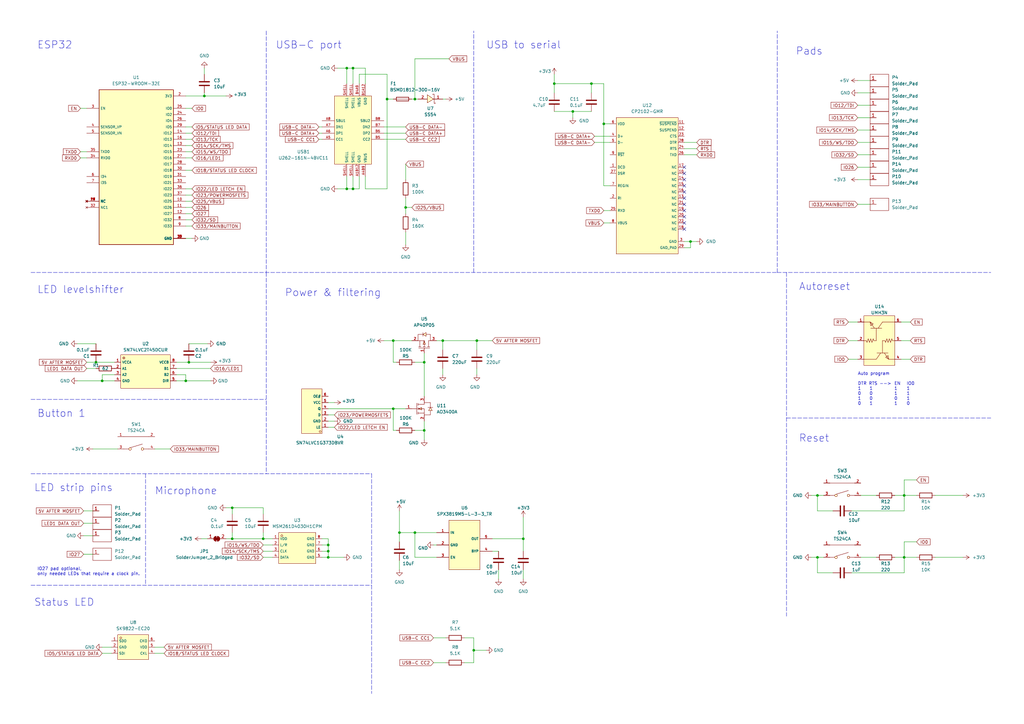
<source format=kicad_sch>
(kicad_sch (version 20211123) (generator eeschema)
  (paper "A3")
  (junction (at 161.29 167.64))
  (junction (at 77.47 148.59))
  (junction (at 181.61 139.7))
  (junction (at 142.24 77.47))
  (junction (at 227.33 34.29))
  (junction (at 161.29 139.7))
  (junction (at 158.75 40.64))
  (junction (at 170.18 218.44))
  (junction (at 95.25 220.98))
  (junction (at 370.84 203.2))
  (junction (at 335.28 228.6))
  (junction (at 370.84 228.6))
  (junction (at 214.63 220.98))
  (junction (at 144.78 77.47))
  (junction (at 163.83 218.44))
  (junction (at 170.18 40.64))
  (junction (at 134.62 228.6))
  (junction (at 195.58 139.7))
  (junction (at 283.21 99.06))
  (junction (at 194.31 266.7))
  (junction (at 41.91 156.21))
  (junction (at 247.65 50.8))
  (junction (at 166.37 85.09))
  (junction (at 142.24 27.94))
  (junction (at 234.95 45.72))
  (junction (at 173.99 148.59))
  (junction (at 95.25 208.28))
  (junction (at 173.99 176.53))
  (junction (at 134.62 226.06))
  (junction (at 76.2 156.21))
  (junction (at 242.57 34.29))
  (junction (at 83.82 39.37))
  (junction (at 144.78 27.94))
  (junction (at 107.95 220.98))
  (junction (at 134.62 223.52))
  (junction (at 39.37 148.59))
  (junction (at 335.28 203.2))
  (no_connect (at 280.67 93.98))
  (no_connect (at 280.67 81.28))
  (no_connect (at 280.67 91.44))
  (no_connect (at 280.67 71.12))
  (no_connect (at 280.67 68.58))
  (no_connect (at 280.67 73.66))
  (no_connect (at 280.67 83.82))
  (no_connect (at 280.67 88.9))
  (no_connect (at 280.67 78.74))
  (no_connect (at 280.67 86.36))
  (no_connect (at 280.67 76.2))
  (wire (pts (xy 190.5 261.62) (xy 194.31 261.62)))
  (wire (pts (xy 41.91 156.21) (xy 46.99 156.21)))
  (wire (pts (xy 166.37 67.31) (xy 166.37 73.66)))
  (wire (pts (xy 63.5 184.15) (xy 69.85 184.15)))
  (wire (pts (xy 132.08 220.98) (xy 134.62 220.98)))
  (wire (pts (xy 149.86 27.94) (xy 144.78 27.94)))
  (wire (pts (xy 31.75 156.21) (xy 41.91 156.21)))
  (wire (pts (xy 369.57 139.7) (xy 373.38 139.7)))
  (wire (pts (xy 369.57 147.32) (xy 373.38 147.32)))
  (wire (pts (xy 204.47 233.68) (xy 204.47 237.49)))
  (wire (pts (xy 76.2 87.63) (xy 78.74 87.63)))
  (wire (pts (xy 383.54 228.6) (xy 394.97 228.6)))
  (wire (pts (xy 63.5 267.97) (xy 67.31 267.97)))
  (wire (pts (xy 107.95 223.52) (xy 111.76 223.52)))
  (wire (pts (xy 72.39 151.13) (xy 86.36 151.13)))
  (wire (pts (xy 77.47 140.97) (xy 85.09 140.97)))
  (wire (pts (xy 351.79 33.02) (xy 356.87 33.02)))
  (polyline (pts (xy 194.31 111.76) (xy 194.31 12.7)))
  (wire (pts (xy 161.29 139.7) (xy 168.91 139.7)))
  (wire (pts (xy 38.1 184.15) (xy 48.26 184.15)))
  (wire (pts (xy 35.56 148.59) (xy 39.37 148.59)))
  (wire (pts (xy 78.74 64.77) (xy 76.2 64.77)))
  (wire (pts (xy 166.37 85.09) (xy 166.37 87.63)))
  (wire (pts (xy 370.84 209.55) (xy 349.25 209.55)))
  (wire (pts (xy 95.25 210.82) (xy 95.25 208.28)))
  (polyline (pts (xy 12.7 163.83) (xy 109.22 163.83)))
  (wire (pts (xy 359.41 228.6) (xy 353.06 228.6)))
  (wire (pts (xy 177.8 261.62) (xy 182.88 261.62)))
  (wire (pts (xy 78.74 54.61) (xy 76.2 54.61)))
  (wire (pts (xy 34.29 209.55) (xy 38.1 209.55)))
  (wire (pts (xy 195.58 139.7) (xy 201.93 139.7)))
  (wire (pts (xy 227.33 34.29) (xy 227.33 38.1)))
  (wire (pts (xy 161.29 148.59) (xy 161.29 139.7)))
  (wire (pts (xy 83.82 38.1) (xy 83.82 39.37)))
  (wire (pts (xy 134.62 228.6) (xy 140.97 228.6)))
  (wire (pts (xy 83.82 27.94) (xy 83.82 30.48)))
  (wire (pts (xy 351.79 83.82) (xy 356.87 83.82)))
  (wire (pts (xy 72.39 148.59) (xy 77.47 148.59)))
  (wire (pts (xy 78.74 57.15) (xy 76.2 57.15)))
  (wire (pts (xy 76.2 69.85) (xy 78.74 69.85)))
  (wire (pts (xy 163.83 209.55) (xy 163.83 218.44)))
  (wire (pts (xy 78.74 90.17) (xy 76.2 90.17)))
  (wire (pts (xy 341.63 234.95) (xy 335.28 234.95)))
  (wire (pts (xy 35.56 151.13) (xy 39.37 151.13)))
  (wire (pts (xy 157.48 54.61) (xy 166.37 54.61)))
  (wire (pts (xy 170.18 218.44) (xy 179.07 218.44)))
  (wire (pts (xy 335.28 209.55) (xy 335.28 203.2)))
  (wire (pts (xy 161.29 176.53) (xy 161.29 167.64)))
  (wire (pts (xy 250.19 76.2) (xy 247.65 76.2)))
  (wire (pts (xy 72.39 156.21) (xy 76.2 156.21)))
  (wire (pts (xy 227.33 30.48) (xy 227.33 34.29)))
  (wire (pts (xy 179.07 228.6) (xy 170.18 228.6)))
  (wire (pts (xy 41.91 267.97) (xy 45.72 267.97)))
  (wire (pts (xy 370.84 228.6) (xy 370.84 234.95)))
  (wire (pts (xy 351.79 73.66) (xy 356.87 73.66)))
  (wire (pts (xy 130.81 54.61) (xy 132.08 54.61)))
  (wire (pts (xy 142.24 77.47) (xy 138.43 77.47)))
  (wire (pts (xy 163.83 218.44) (xy 170.18 218.44)))
  (wire (pts (xy 283.21 99.06) (xy 285.75 99.06)))
  (wire (pts (xy 170.18 228.6) (xy 170.18 218.44)))
  (wire (pts (xy 195.58 151.13) (xy 195.58 153.67)))
  (wire (pts (xy 280.67 101.6) (xy 283.21 101.6)))
  (wire (pts (xy 134.62 167.64) (xy 161.29 167.64)))
  (wire (pts (xy 283.21 101.6) (xy 283.21 99.06)))
  (wire (pts (xy 351.79 53.34) (xy 356.87 53.34)))
  (wire (pts (xy 332.74 203.2) (xy 335.28 203.2)))
  (wire (pts (xy 149.86 34.29) (xy 149.86 27.94)))
  (wire (pts (xy 144.78 34.29) (xy 144.78 27.94)))
  (wire (pts (xy 162.56 148.59) (xy 161.29 148.59)))
  (wire (pts (xy 134.62 220.98) (xy 134.62 223.52)))
  (wire (pts (xy 247.65 50.8) (xy 250.19 50.8)))
  (wire (pts (xy 359.41 203.2) (xy 353.06 203.2)))
  (polyline (pts (xy 12.7 111.76) (xy 318.77 111.76)))
  (wire (pts (xy 201.93 226.06) (xy 204.47 226.06)))
  (wire (pts (xy 76.2 39.37) (xy 83.82 39.37)))
  (wire (pts (xy 39.37 148.59) (xy 46.99 148.59)))
  (wire (pts (xy 247.65 86.36) (xy 250.19 86.36)))
  (wire (pts (xy 234.95 45.72) (xy 242.57 45.72)))
  (wire (pts (xy 181.61 151.13) (xy 181.61 153.67)))
  (polyline (pts (xy 109.22 12.7) (xy 109.22 111.76)))
  (wire (pts (xy 179.07 139.7) (xy 181.61 139.7)))
  (wire (pts (xy 369.57 132.08) (xy 373.38 132.08)))
  (wire (pts (xy 41.91 153.67) (xy 41.91 156.21)))
  (wire (pts (xy 157.48 139.7) (xy 161.29 139.7)))
  (wire (pts (xy 370.84 228.6) (xy 370.84 222.25)))
  (wire (pts (xy 76.2 92.71) (xy 78.74 92.71)))
  (wire (pts (xy 134.62 226.06) (xy 134.62 228.6)))
  (wire (pts (xy 227.33 34.29) (xy 242.57 34.29)))
  (wire (pts (xy 335.28 228.6) (xy 337.82 228.6)))
  (wire (pts (xy 335.28 234.95) (xy 335.28 228.6)))
  (wire (pts (xy 347.98 139.7) (xy 351.79 139.7)))
  (wire (pts (xy 77.47 148.59) (xy 86.36 148.59)))
  (wire (pts (xy 181.61 40.64) (xy 182.88 40.64)))
  (wire (pts (xy 82.55 220.98) (xy 85.09 220.98)))
  (wire (pts (xy 76.2 77.47) (xy 78.74 77.47)))
  (wire (pts (xy 132.08 57.15) (xy 130.81 57.15)))
  (wire (pts (xy 142.24 72.39) (xy 142.24 77.47)))
  (wire (pts (xy 242.57 34.29) (xy 247.65 34.29)))
  (wire (pts (xy 76.2 85.09) (xy 78.74 85.09)))
  (wire (pts (xy 34.29 219.71) (xy 38.1 219.71)))
  (wire (pts (xy 170.18 24.13) (xy 170.18 40.64)))
  (wire (pts (xy 214.63 233.68) (xy 214.63 237.49)))
  (wire (pts (xy 370.84 234.95) (xy 349.25 234.95)))
  (wire (pts (xy 137.16 170.18) (xy 134.62 170.18)))
  (wire (pts (xy 78.74 44.45) (xy 76.2 44.45)))
  (wire (pts (xy 181.61 139.7) (xy 195.58 139.7)))
  (wire (pts (xy 367.03 203.2) (xy 370.84 203.2)))
  (wire (pts (xy 280.67 60.96) (xy 285.75 60.96)))
  (wire (pts (xy 95.25 208.28) (xy 92.71 208.28)))
  (wire (pts (xy 34.29 214.63) (xy 38.1 214.63)))
  (wire (pts (xy 173.99 144.78) (xy 173.99 148.59)))
  (wire (pts (xy 149.86 72.39) (xy 149.86 77.47)))
  (wire (pts (xy 78.74 62.23) (xy 76.2 62.23)))
  (wire (pts (xy 95.25 220.98) (xy 107.95 220.98)))
  (wire (pts (xy 137.16 175.26) (xy 134.62 175.26)))
  (wire (pts (xy 142.24 27.94) (xy 142.24 34.29)))
  (polyline (pts (xy 322.58 171.45) (xy 406.4 171.45)))
  (wire (pts (xy 163.83 229.87) (xy 163.83 233.68)))
  (wire (pts (xy 137.16 165.1) (xy 134.62 165.1)))
  (polyline (pts (xy 152.4 194.31) (xy 152.4 284.48)))
  (wire (pts (xy 280.67 99.06) (xy 283.21 99.06)))
  (wire (pts (xy 351.79 68.58) (xy 356.87 68.58)))
  (wire (pts (xy 177.8 271.78) (xy 182.88 271.78)))
  (wire (pts (xy 201.93 220.98) (xy 214.63 220.98)))
  (wire (pts (xy 76.2 156.21) (xy 86.36 156.21)))
  (wire (pts (xy 170.18 40.64) (xy 171.45 40.64)))
  (wire (pts (xy 351.79 58.42) (xy 356.87 58.42)))
  (wire (pts (xy 347.98 132.08) (xy 351.79 132.08)))
  (wire (pts (xy 243.84 58.42) (xy 250.19 58.42)))
  (wire (pts (xy 168.91 85.09) (xy 166.37 85.09)))
  (wire (pts (xy 247.65 34.29) (xy 247.65 50.8)))
  (wire (pts (xy 194.31 261.62) (xy 194.31 266.7)))
  (wire (pts (xy 92.71 220.98) (xy 95.25 220.98)))
  (wire (pts (xy 214.63 212.09) (xy 214.63 220.98)))
  (wire (pts (xy 166.37 95.25) (xy 166.37 100.33)))
  (wire (pts (xy 247.65 76.2) (xy 247.65 50.8)))
  (wire (pts (xy 76.2 153.67) (xy 76.2 156.21)))
  (wire (pts (xy 76.2 80.01) (xy 78.74 80.01)))
  (wire (pts (xy 34.29 227.33) (xy 38.1 227.33)))
  (wire (pts (xy 149.86 77.47) (xy 158.75 77.47)))
  (wire (pts (xy 351.79 48.26) (xy 356.87 48.26)))
  (wire (pts (xy 242.57 34.29) (xy 242.57 38.1)))
  (wire (pts (xy 184.15 24.13) (xy 170.18 24.13)))
  (wire (pts (xy 166.37 81.28) (xy 166.37 85.09)))
  (wire (pts (xy 46.99 153.67) (xy 41.91 153.67)))
  (wire (pts (xy 130.81 52.07) (xy 132.08 52.07)))
  (wire (pts (xy 351.79 43.18) (xy 356.87 43.18)))
  (wire (pts (xy 347.98 147.32) (xy 351.79 147.32)))
  (wire (pts (xy 214.63 220.98) (xy 214.63 226.06)))
  (wire (pts (xy 107.95 218.44) (xy 107.95 220.98)))
  (wire (pts (xy 332.74 228.6) (xy 335.28 228.6)))
  (wire (pts (xy 147.32 77.47) (xy 144.78 77.47)))
  (polyline (pts (xy 12.7 194.31) (xy 152.4 194.31)))
  (wire (pts (xy 137.16 172.72) (xy 134.62 172.72)))
  (wire (pts (xy 170.18 176.53) (xy 173.99 176.53)))
  (wire (pts (xy 375.92 228.6) (xy 370.84 228.6)))
  (polyline (pts (xy 12.7 240.03) (xy 152.4 240.03)))
  (wire (pts (xy 158.75 40.64) (xy 158.75 77.47)))
  (wire (pts (xy 370.84 203.2) (xy 370.84 209.55)))
  (polyline (pts (xy 322.58 111.76) (xy 322.58 252.73)))
  (polyline (pts (xy 318.77 111.76) (xy 406.4 111.76)))
  (wire (pts (xy 76.2 52.07) (xy 78.74 52.07)))
  (wire (pts (xy 367.03 228.6) (xy 370.84 228.6)))
  (polyline (pts (xy 109.22 111.76) (xy 109.22 194.31)))
  (wire (pts (xy 132.08 223.52) (xy 134.62 223.52)))
  (wire (pts (xy 351.79 38.1) (xy 356.87 38.1)))
  (wire (pts (xy 33.02 44.45) (xy 35.56 44.45)))
  (wire (pts (xy 134.62 223.52) (xy 134.62 226.06)))
  (wire (pts (xy 41.91 265.43) (xy 45.72 265.43)))
  (wire (pts (xy 158.75 30.48) (xy 158.75 40.64)))
  (wire (pts (xy 144.78 72.39) (xy 144.78 77.47)))
  (wire (pts (xy 173.99 148.59) (xy 173.99 162.56)))
  (wire (pts (xy 147.32 34.29) (xy 147.32 30.48)))
  (wire (pts (xy 78.74 97.79) (xy 76.2 97.79)))
  (wire (pts (xy 194.31 266.7) (xy 194.31 271.78)))
  (wire (pts (xy 370.84 203.2) (xy 370.84 196.85)))
  (wire (pts (xy 163.83 222.25) (xy 163.83 218.44)))
  (wire (pts (xy 76.2 82.55) (xy 78.74 82.55)))
  (wire (pts (xy 370.84 222.25) (xy 375.92 222.25)))
  (wire (pts (xy 375.92 203.2) (xy 370.84 203.2)))
  (wire (pts (xy 335.28 203.2) (xy 337.82 203.2)))
  (wire (pts (xy 72.39 153.67) (xy 76.2 153.67)))
  (wire (pts (xy 107.95 210.82) (xy 107.95 208.28)))
  (wire (pts (xy 39.37 140.97) (xy 31.75 140.97)))
  (wire (pts (xy 190.5 271.78) (xy 194.31 271.78)))
  (wire (pts (xy 370.84 196.85) (xy 375.92 196.85)))
  (wire (pts (xy 78.74 59.69) (xy 76.2 59.69)))
  (wire (pts (xy 95.25 208.28) (xy 107.95 208.28)))
  (wire (pts (xy 95.25 218.44) (xy 95.25 220.98)))
  (wire (pts (xy 280.67 63.5) (xy 285.75 63.5)))
  (wire (pts (xy 147.32 72.39) (xy 147.32 77.47)))
  (wire (pts (xy 107.95 226.06) (xy 111.76 226.06)))
  (polyline (pts (xy 318.77 111.76) (xy 318.77 12.7)))
  (wire (pts (xy 168.91 40.64) (xy 170.18 40.64)))
  (polyline (pts (xy 59.69 194.31) (xy 59.69 240.03)))
  (wire (pts (xy 132.08 226.06) (xy 134.62 226.06)))
  (wire (pts (xy 157.48 57.15) (xy 166.37 57.15)))
  (wire (pts (xy 132.08 228.6) (xy 134.62 228.6)))
  (wire (pts (xy 107.95 220.98) (xy 111.76 220.98)))
  (wire (pts (xy 194.31 266.7) (xy 199.39 266.7)))
  (wire (pts (xy 144.78 27.94) (xy 142.24 27.94)))
  (wire (pts (xy 63.5 265.43) (xy 67.31 265.43)))
  (wire (pts (xy 351.79 63.5) (xy 356.87 63.5)))
  (wire (pts (xy 247.65 91.44) (xy 250.19 91.44)))
  (wire (pts (xy 341.63 209.55) (xy 335.28 209.55)))
  (wire (pts (xy 173.99 172.72) (xy 173.99 176.53)))
  (wire (pts (xy 157.48 52.07) (xy 166.37 52.07)))
  (wire (pts (xy 173.99 176.53) (xy 173.99 180.34)))
  (wire (pts (xy 170.18 148.59) (xy 173.99 148.59)))
  (wire (pts (xy 138.43 27.94) (xy 142.24 27.94)))
  (wire (pts (xy 33.02 64.77) (xy 35.56 64.77)))
  (wire (pts (xy 161.29 167.64) (xy 166.37 167.64)))
  (wire (pts (xy 144.78 77.47) (xy 142.24 77.47)))
  (wire (pts (xy 33.02 62.23) (xy 35.56 62.23)))
  (wire (pts (xy 162.56 176.53) (xy 161.29 176.53)))
  (wire (pts (xy 280.67 58.42) (xy 285.75 58.42)))
  (wire (pts (xy 243.84 55.88) (xy 250.19 55.88)))
  (wire (pts (xy 147.32 30.48) (xy 158.75 30.48)))
  (wire (pts (xy 107.95 228.6) (xy 111.76 228.6)))
  (wire (pts (xy 83.82 39.37) (xy 92.71 39.37)))
  (wire (pts (xy 383.54 203.2) (xy 394.97 203.2)))
  (wire (pts (xy 161.29 40.64) (xy 158.75 40.64)))
  (wire (pts (xy 234.95 45.72) (xy 234.95 48.26)))
  (wire (pts (xy 195.58 139.7) (xy 195.58 143.51)))
  (wire (pts (xy 181.61 139.7) (xy 181.61 143.51)))
  (wire (pts (xy 177.8 223.52) (xy 179.07 223.52)))
  (wire (pts (xy 227.33 45.72) (xy 234.95 45.72)))
  (text "Reset" (at 327.66 181.61 0) (effects (font (size 3 3)) (justify left bottom)))
  (text "USB to serial" (at 199.39 20.32 0) (effects (font (size 3 3)) (justify left bottom)))
  (text "Auto program\n\nDTR RTS -->	EN 	IO0\n1	1		1	1\n0	0		1	1\n1	0		0	1\n0	1		1	0" (at 351.79 166.37 0) (effects (font (size 1.27 1.27)) (justify left bottom)))
  (text "LED levelshifter" (at 15.24 120.6499 0) (effects (font (size 3 3)) (justify left bottom)))
  (text "Button 1" (at 15.24 171.45 0) (effects (font (size 3 3)) (justify left bottom)))
  (text "LED strip pins" (at 13.97 201.93 0) (effects (font (size 3 3)) (justify left bottom)))
  (text "Pads" (at 326.39 22.86 0) (effects (font (size 3 3)) (justify left bottom)))
  (text "USB-C port" (at 113.03 20.32 0) (effects (font (size 3 3)) (justify left bottom)))
  (text "ESP32" (at 15.24 20.32 0) (effects (font (size 3 3)) (justify left bottom)))
  (text "Status LED" (at 13.97 248.92 0) (effects (font (size 3 3)) (justify left bottom)))
  (text "Power & filtering" (at 116.84 121.92 0) (effects (font (size 3 3)) (justify left bottom)))
  (text "Microphone" (at 63.5 203.2 0) (effects (font (size 3 3)) (justify left bottom)))
  (text "Autoreset" (at 327.66 119.38 0) (effects (font (size 3 3)) (justify left bottom)))
  (text "IO27 pad optional, \nonly needed LEDs that require a clock pin." (at 15.24 236.22 0) (effects (font (size 1.27 1.27)) (justify left bottom)))
  (global_label "IO23{slash}POWERMOSFETS" (shape input) (at 137.16 170.18 0) (property "Intersheet References" "${INTERSHEET_REFS}" (effects hide)))
  (global_label "USB-C DATA+" (shape input) (at 243.84 55.88 180) (property "Intersheet References" "${INTERSHEET_REFS}" (effects hide)))
  (global_label "IO18{slash}STATUS LED CLOCK" (shape input) (at 78.74 69.85 0) (property "Intersheet References" "${INTERSHEET_REFS}" (effects hide)))
  (global_label "IO14{slash}SCK/TMS" (shape input) (at 351.79 53.34 180) (property "Intersheet References" "${INTERSHEET_REFS}" (effects hide)))
  (global_label "RXD0" (shape input) (at 285.75 63.5 0) (property "Intersheet References" "${INTERSHEET_REFS}" (effects hide)))
  (global_label "RTS" (shape input) (at 285.75 60.96 0) (property "Intersheet References" "${INTERSHEET_REFS}" (effects hide)))
  (global_label "IO15{slash}WS/TDO" (shape input) (at 351.79 58.42 180) (property "Intersheet References" "${INTERSHEET_REFS}" (effects hide)))
  (global_label "USB-C CC2" (shape input) (at 166.37 57.15 0) (property "Intersheet References" "${INTERSHEET_REFS}" (effects hide)))
  (global_label "IO0" (shape input) (at 375.92 222.25 0) (property "Intersheet References" "${INTERSHEET_REFS}" (effects hide)))
  (global_label "IO0" (shape input) (at 78.74 44.45 0) (property "Intersheet References" "${INTERSHEET_REFS}" (effects hide)))
  (global_label "DTR" (shape input) (at 347.98 139.7 180) (property "Intersheet References" "${INTERSHEET_REFS}" (effects hide)))
  (global_label "IO15{slash}WS/TDO" (shape input) (at 107.95 223.52 180) (property "Intersheet References" "${INTERSHEET_REFS}" (effects hide)))
  (global_label "DTR" (shape input) (at 285.75 58.42 0) (property "Intersheet References" "${INTERSHEET_REFS}" (effects hide)))
  (global_label "IO13{slash}TCK" (shape input) (at 351.79 48.26 180) (property "Intersheet References" "${INTERSHEET_REFS}" (effects hide)))
  (global_label "IO18{slash}STATUS LED CLOCK" (shape input) (at 67.31 267.97 0) (property "Intersheet References" "${INTERSHEET_REFS}" (effects hide)))
  (global_label "USB-C DATA+" (shape input) (at 166.37 54.61 0) (property "Intersheet References" "${INTERSHEET_REFS}" (effects hide)))
  (global_label "RXD0" (shape input) (at 33.02 64.77 180) (property "Intersheet References" "${INTERSHEET_REFS}" (effects hide)))
  (global_label "5V AFTER MOSFET" (shape input) (at 67.31 265.43 0) (property "Intersheet References" "${INTERSHEET_REFS}" (effects hide)))
  (global_label "VBUS" (shape input) (at 166.37 67.31 0) (property "Intersheet References" "${INTERSHEET_REFS}" (effects hide)))
  (global_label "IO16{slash}LED1" (shape input) (at 86.36 151.13 0) (property "Intersheet References" "${INTERSHEET_REFS}" (effects hide)))
  (global_label "USB-C CC1" (shape input) (at 177.8 261.62 180) (property "Intersheet References" "${INTERSHEET_REFS}" (effects hide)))
  (global_label "IO33{slash}MAINBUTTON" (shape input) (at 78.74 92.71 0) (property "Intersheet References" "${INTERSHEET_REFS}" (effects hide)))
  (global_label "TXD0" (shape input) (at 33.02 62.23 180) (property "Intersheet References" "${INTERSHEET_REFS}" (effects hide)))
  (global_label "IO33{slash}MAINBUTTON" (shape input) (at 69.85 184.15 0) (property "Intersheet References" "${INTERSHEET_REFS}" (effects hide)))
  (global_label "LED1 DATA OUT" (shape input) (at 34.29 214.63 180) (property "Intersheet References" "${INTERSHEET_REFS}" (effects hide)))
  (global_label "EN" (shape input) (at 373.38 132.08 0) (property "Intersheet References" "${INTERSHEET_REFS}" (effects hide)))
  (global_label "5V AFTER MOSFET" (shape input) (at 35.56 148.59 180) (property "Intersheet References" "${INTERSHEET_REFS}" (effects hide)))
  (global_label "TXD0" (shape input) (at 247.65 86.36 180) (property "Intersheet References" "${INTERSHEET_REFS}" (effects hide)))
  (global_label "IO26" (shape input) (at 351.79 68.58 180) (property "Intersheet References" "${INTERSHEET_REFS}" (effects hide)))
  (global_label "USB-C DATA-" (shape input) (at 166.37 52.07 0) (property "Intersheet References" "${INTERSHEET_REFS}" (effects hide)))
  (global_label "IO15{slash}WS/TDO" (shape input) (at 78.74 62.23 0) (property "Intersheet References" "${INTERSHEET_REFS}" (effects hide)))
  (global_label "IO32{slash}SD" (shape input) (at 107.95 228.6 180) (property "Intersheet References" "${INTERSHEET_REFS}" (effects hide)))
  (global_label "IO26" (shape input) (at 78.74 85.09 0) (property "Intersheet References" "${INTERSHEET_REFS}" (effects hide)))
  (global_label "IO5{slash}STATUS LED DATA" (shape input) (at 41.91 267.97 180) (property "Intersheet References" "${INTERSHEET_REFS}" (effects hide)))
  (global_label "LED1 DATA OUT" (shape input) (at 35.56 151.13 180) (property "Intersheet References" "${INTERSHEET_REFS}" (effects hide)))
  (global_label "IO25{slash}VBUS" (shape input) (at 168.91 85.09 0) (property "Intersheet References" "${INTERSHEET_REFS}" (effects hide)))
  (global_label "DTR" (shape input) (at 373.38 147.32 0) (property "Intersheet References" "${INTERSHEET_REFS}" (effects hide)))
  (global_label "5V AFTER MOSFET" (shape input) (at 201.93 139.7 0) (property "Intersheet References" "${INTERSHEET_REFS}" (effects hide)))
  (global_label "EN" (shape input) (at 375.92 196.85 0) (property "Intersheet References" "${INTERSHEET_REFS}" (effects hide)))
  (global_label "IO22{slash}LED LETCH EN" (shape input) (at 78.74 77.47 0) (property "Intersheet References" "${INTERSHEET_REFS}" (effects hide)))
  (global_label "IO12{slash}TDI" (shape input) (at 351.79 43.18 180) (property "Intersheet References" "${INTERSHEET_REFS}" (effects hide)))
  (global_label "USB-C DATA-" (shape input) (at 243.84 58.42 180) (property "Intersheet References" "${INTERSHEET_REFS}" (effects hide)))
  (global_label "IO25{slash}VBUS" (shape input) (at 78.74 82.55 0) (property "Intersheet References" "${INTERSHEET_REFS}" (effects hide)))
  (global_label "USB-C CC1" (shape input) (at 130.81 57.15 180) (property "Intersheet References" "${INTERSHEET_REFS}" (effects hide)))
  (global_label "USB-C CC2" (shape input) (at 177.8 271.78 180) (property "Intersheet References" "${INTERSHEET_REFS}" (effects hide)))
  (global_label "RTS" (shape input) (at 347.98 132.08 180) (property "Intersheet References" "${INTERSHEET_REFS}" (effects hide)))
  (global_label "IO16{slash}LED1" (shape input) (at 78.74 64.77 0) (property "Intersheet References" "${INTERSHEET_REFS}" (effects hide)))
  (global_label "IO32{slash}SD" (shape input) (at 351.79 63.5 180) (property "Intersheet References" "${INTERSHEET_REFS}" (effects hide)))
  (global_label "IO14{slash}SCK/TMS" (shape input) (at 107.95 226.06 180) (property "Intersheet References" "${INTERSHEET_REFS}" (effects hide)))
  (global_label "USB-C DATA+" (shape input) (at 130.81 54.61 180) (property "Intersheet References" "${INTERSHEET_REFS}" (effects hide)))
  (global_label "IO13{slash}TCK" (shape input) (at 78.74 57.15 0) (property "Intersheet References" "${INTERSHEET_REFS}" (effects hide)))
  (global_label "IO0" (shape input) (at 347.98 147.32 180) (property "Intersheet References" "${INTERSHEET_REFS}" (effects hide)))
  (global_label "IO33{slash}MAINBUTTON" (shape input) (at 351.79 83.82 180) (property "Intersheet References" "${INTERSHEET_REFS}" (effects hide)))
  (global_label "VBUS" (shape input) (at 247.65 91.44 180) (property "Intersheet References" "${INTERSHEET_REFS}" (effects hide)))
  (global_label "IO5{slash}STATUS LED DATA" (shape input) (at 78.74 52.07 0) (property "Intersheet References" "${INTERSHEET_REFS}" (effects hide)))
  (global_label "IO23{slash}POWERMOSFETS" (shape input) (at 78.74 80.01 0) (property "Intersheet References" "${INTERSHEET_REFS}" (effects hide)))
  (global_label "IO22{slash}LED LETCH EN" (shape input) (at 137.16 175.26 0) (property "Intersheet References" "${INTERSHEET_REFS}" (effects hide)))
  (global_label "IO27" (shape input) (at 34.29 227.33 180) (property "Intersheet References" "${INTERSHEET_REFS}" (effects hide)))
  (global_label "USB-C DATA-" (shape input) (at 130.81 52.07 180) (property "Intersheet References" "${INTERSHEET_REFS}" (effects hide)))
  (global_label "EN" (shape input) (at 33.02 44.45 180) (property "Intersheet References" "${INTERSHEET_REFS}" (effects hide)))
  (global_label "RTS" (shape input) (at 373.38 139.7 0) (property "Intersheet References" "${INTERSHEET_REFS}" (effects hide)))
  (global_label "IO12{slash}TDI" (shape input) (at 78.74 54.61 0) (property "Intersheet References" "${INTERSHEET_REFS}" (effects hide)))
  (global_label "IO32{slash}SD" (shape input) (at 78.74 90.17 0) (property "Intersheet References" "${INTERSHEET_REFS}" (effects hide)))
  (global_label "VBUS" (shape input) (at 184.15 24.13 0) (property "Intersheet References" "${INTERSHEET_REFS}" (effects hide)))
  (global_label "IO27" (shape input) (at 78.74 87.63 0) (property "Intersheet References" "${INTERSHEET_REFS}" (effects hide)))
  (global_label "5V AFTER MOSFET" (shape input) (at 34.29 209.55 180) (property "Intersheet References" "${INTERSHEET_REFS}" (effects hide)))
  (global_label "IO14{slash}SCK/TMS" (shape input) (at 78.74 59.69 0) (property "Intersheet References" "${INTERSHEET_REFS}" (effects hide)))
  (symbol (lib_id "MyParts:ESP32-WROOM-32E") (at 55.88 66.04 0) (unit 1)
    (property "Reference" "U1" (at 55.88 31.75 0))
    (property "Value" "ESP32-WROOM-32E" (at 55.88 34.29 0))
    (property "Footprint" "footprint:WIFI-SMD_ESP32-WROOM-32E" (effects hide))
    (property "LCSC #" "C701341" (effects hide))
  )
  (symbol (lib_id "power:+3.3V") (at 227.33 30.48 0) (unit 1)
    (property "Reference" "#PWR0134" (effects hide))
    (property "Value" "+3.3V" (at 226.06 29.21 0) (effects (justify right)))
  )
  (symbol (lib_id "MyParts:MSM261D4030H1CPM") (at 121.92 212.09 0) (unit 1)
    (property "Reference" "U3" (at 121.92 213.36 0))
    (property "Value" "MSM261D4030H1CPM" (at 121.92 215.9 0))
    (property "Footprint" "footprint:MIC-SMD_8P-L3.0-W4.0-P0.85-BL" (effects hide))
    (property "LCSC #" "C966942" (effects hide))
  )
  (symbol (lib_id "MyParts:Solder_Pad") (at 356.87 58.42 0) (unit 1)
    (property "Reference" "P9" (at 365.76 57.1499 0) (effects (justify left)))
    (property "Value" "Solder_Pad" (at 365.76 59.6899 0) (effects (justify left)))
    (property "Footprint" "footprint:Solder pad" (effects hide))
  )
  (symbol (lib_id "power:GND") (at 138.43 27.94 270) (unit 1)
    (property "Reference" "#PWR0139" (effects hide))
    (property "Value" "GND" (at 133.35 27.94 90))
  )
  (symbol (lib_id "power:+5V") (at 182.88 40.64 270) (unit 1)
    (property "Reference" "#PWR0136" (effects hide))
    (property "Value" "+5V" (at 190.5 40.64 90) (effects (justify right)))
  )
  (symbol (lib_id "power:+3.3V") (at 394.97 228.6 270) (unit 1)
    (property "Reference" "#PWR0108" (effects hide))
    (property "Value" "+3.3V" (at 398.78 228.5999 90) (effects (justify left)))
  )
  (symbol (lib_id "MyParts:Solder_Pad") (at 356.87 38.1 0) (unit 1)
    (property "Reference" "P5" (at 365.76 36.8299 0) (effects (justify left)))
    (property "Value" "Solder_Pad" (at 365.76 39.3699 0) (effects (justify left)))
    (property "Footprint" "footprint:Solder pad" (effects hide))
  )
  (symbol (lib_id "MyParts:SS54") (at 176.53 40.64 180) (unit 1)
    (property "Reference" "U7" (at 176.53 44.45 0))
    (property "Value" "SS54" (at 176.53 46.99 0))
    (property "Footprint" "footprint:SMA_L4.4-W2.8-LS5.4-RD" (effects hide))
    (property "LCSC #" "C123946" (effects hide))
  )
  (symbol (lib_id "Device:R") (at 166.37 91.44 180) (unit 1)
    (property "Reference" "R4" (at 168.91 90.1699 0) (effects (justify right)))
    (property "Value" "160K" (at 168.91 92.7099 0) (effects (justify right)))
    (property "Footprint" "Resistor_SMD:R_0603_1608Metric" (effects hide))
    (property "LCSC #" "C22813" (effects hide))
  )
  (symbol (lib_id "MyParts:Solder_Pad") (at 38.1 214.63 0) (unit 1)
    (property "Reference" "P2" (at 46.99 213.3599 0) (effects (justify left)))
    (property "Value" "Solder_Pad" (at 46.99 215.8999 0) (effects (justify left)))
    (property "Footprint" "footprint:Solder pad" (effects hide))
  )
  (symbol (lib_id "MyParts:Solder_Pad") (at 356.87 63.5 0) (unit 1)
    (property "Reference" "P11" (at 365.76 62.2299 0) (effects (justify left)))
    (property "Value" "Solder_Pad" (at 365.76 64.7699 0) (effects (justify left)))
    (property "Footprint" "footprint:Solder pad" (effects hide))
  )
  (symbol (lib_id "Device:C") (at 77.47 144.78 0) (mirror x) (unit 1)
    (property "Reference" "C2" (at 80.01 146.05 0) (effects (justify left)))
    (property "Value" "0.1uF" (at 80.01 143.51 0) (effects (justify left)))
    (property "Footprint" "Capacitor_SMD:C_0402_1005Metric" (effects hide))
    (property "LCSC #" "C1525" (effects hide))
  )
  (symbol (lib_id "power:GND") (at 234.95 48.26 0) (unit 1)
    (property "Reference" "#PWR0129" (effects hide))
    (property "Value" "GND" (at 237.49 49.5299 0) (effects (justify left)))
  )
  (symbol (lib_id "Device:R") (at 43.18 151.13 270) (unit 1)
    (property "Reference" "R1" (at 39.37 149.86 90))
    (property "Value" "62" (at 43.18 151.13 90))
    (property "Footprint" "Resistor_SMD:R_0402_1005Metric" (effects hide))
    (property "LCSC #" "C4962" (effects hide))
  )
  (symbol (lib_id "power:+5V") (at 163.83 209.55 0) (unit 1)
    (property "Reference" "#PWR0116" (effects hide))
    (property "Value" "+5V" (at 166.37 205.74 0) (effects (justify right)))
  )
  (symbol (lib_id "power:GND") (at 92.71 208.28 270) (mirror x) (unit 1)
    (property "Reference" "#PWR0142" (effects hide))
    (property "Value" "GND" (at 85.09 208.28 90) (effects (justify left)))
  )
  (symbol (lib_id "Device:Fuse") (at 165.1 40.64 90) (unit 1)
    (property "Reference" "F1" (at 161.29 34.29 90))
    (property "Value" "BSMD1812-300-16V" (at 170.18 36.83 90))
    (property "Footprint" "Fuse:Fuse_1812_4532Metric_Pad1.30x3.40mm_HandSolder" (effects hide))
    (property "LCSC #" "C883162" (effects hide))
  )
  (symbol (lib_id "MyParts:SPX3819M5-L-3-3_TR") (at 189.23 208.28 0) (unit 1)
    (property "Reference" "U6" (at 190.5 208.28 0))
    (property "Value" "SPX3819M5-L-3-3_TR" (at 190.5 210.82 0))
    (property "Footprint" "footprint:SOT-23-5_L3.0-W1.7-P0.95-LS2.8-BR" (effects hide))
    (property "Datasheet" "https://item.szlcsc.com/236104.html" (effects hide))
    (property "LCSC #" "C9055" (effects hide))
  )
  (symbol (lib_id "power:+5V") (at 351.79 33.02 90) (unit 1)
    (property "Reference" "#PWR0147" (effects hide))
    (property "Value" "+5V" (at 344.17 33.02 90) (effects (justify right)))
  )
  (symbol (lib_id "Device:10uF 0603") (at 214.63 229.87 180) (unit 1)
    (property "Reference" "C14" (at 209.55 232.41 0) (effects (justify right)))
    (property "Value" "10uF" (at 209.55 234.95 0) (effects (justify right)))
    (property "Footprint" "Capacitor_SMD:C_0603_1608Metric" (effects hide))
    (property "LCSC #" "C96446" (effects hide))
  )
  (symbol (lib_id "MyParts:Solder_Pad") (at 356.87 53.34 0) (unit 1)
    (property "Reference" "P8" (at 365.76 52.0699 0) (effects (justify left)))
    (property "Value" "Solder_Pad" (at 365.76 54.6099 0) (effects (justify left)))
    (property "Footprint" "footprint:Solder pad" (effects hide))
  )
  (symbol (lib_id "Device:10K 0603") (at 363.22 228.6 90) (unit 1)
    (property "Reference" "R13" (at 363.22 231.14 90))
    (property "Value" "220" (at 363.22 233.68 90))
    (property "Footprint" "Resistor_SMD:R_0402_1005Metric" (effects hide))
    (property "Datasheet" "https://datasheet.lcsc.com/lcsc/1811101934_YAGEO-RC0603FR-0710KL_C98220.pdf" (effects hide))
    (property "Description" "±1% 100mW 75V ±100ppm/℃ -55℃~+155℃ 10kΩ 0603 Chip Resistor - Surface Mount ROHS" (effects hide))
    (property "100+" "€0.0011" (effects hide))
    (property "1000+" "€0.0009" (effects hide))
    (property "LCSC #" "C25091" (effects hide))
  )
  (symbol (lib_id "LCSC:UMH3N") (at 295.91 243.84 270) (unit 1)
    (property "Reference" "U14" (at 360.68 125.73 90))
    (property "Value" "UMH3N" (at 360.68 128.27 90))
    (property "Footprint" "footprint:SC-70-6_L2.2-W1.3-P0.65-LS2.1-BR" (effects hide))
    (property "LCSC #" "C62892" (effects hide))
  )
  (symbol (lib_id "Device:10uF 0603") (at 345.44 209.55 90) (mirror x) (unit 1)
    (property "Reference" "C12" (at 347.98 210.82 90) (effects (justify right)))
    (property "Value" "10uF" (at 347.98 213.36 90) (effects (justify right)))
    (property "Footprint" "Capacitor_SMD:C_0603_1608Metric" (effects hide))
    (property "LCSC #" "C19702" (effects hide))
  )
  (symbol (lib_id "MyParts:Solder_Pad") (at 356.87 68.58 0) (unit 1)
    (property "Reference" "P14" (at 365.76 67.3099 0) (effects (justify left)))
    (property "Value" "Solder_Pad" (at 365.76 69.8499 0) (effects (justify left)))
    (property "Footprint" "footprint:Solder pad" (effects hide))
  )
  (symbol (lib_id "Device:10K 0603") (at 166.37 148.59 270) (unit 1)
    (property "Reference" "R5" (at 166.37 146.05 90))
    (property "Value" "100K" (at 166.37 143.51 90))
    (property "Footprint" "Resistor_SMD:R_0402_1005Metric" (effects hide))
    (property "LCSC #" "C25741" (effects hide))
  )
  (symbol (lib_id "MyParts:CP2102-GMR") (at 265.43 73.66 0) (unit 1)
    (property "Reference" "U12" (at 265.43 43.18 0))
    (property "Value" "CP2102-GMR" (at 265.43 45.72 0))
    (property "Footprint" "footprint:QFN-28_L5.0-W5.0-P0.50-BL-EP" (effects hide))
    (property "LCSC #" "C6568" (effects hide))
  )
  (symbol (lib_id "Device:10K 0603") (at 379.73 228.6 90) (unit 1)
    (property "Reference" "R15" (at 379.73 231.14 90))
    (property "Value" "10K" (at 379.73 233.68 90))
    (property "Footprint" "Resistor_SMD:R_0402_1005Metric" (effects hide))
    (property "Datasheet" "https://datasheet.lcsc.com/lcsc/1811101934_YAGEO-RC0603FR-0710KL_C98220.pdf" (effects hide))
    (property "Description" "±1% 100mW 75V ±100ppm/℃ -55℃~+155℃ 10kΩ 0603 Chip Resistor - Surface Mount ROHS" (effects hide))
    (property "100+" "€0.0011" (effects hide))
    (property "1000+" "€0.0009" (effects hide))
    (property "LCSC #" "C25744" (effects hide))
  )
  (symbol (lib_id "power:GND") (at 31.75 140.97 270) (mirror x) (unit 1)
    (property "Reference" "#PWR0125" (effects hide))
    (property "Value" "GND" (at 24.13 140.97 90) (effects (justify left)))
  )
  (symbol (lib_id "MyParts:Solder_Pad") (at 38.1 227.33 0) (unit 1)
    (property "Reference" "P12" (at 46.99 226.0599 0) (effects (justify left)))
    (property "Value" "Solder_Pad" (at 46.99 228.5999 0) (effects (justify left)))
    (property "Footprint" "footprint:Solder pad" (effects hide))
  )
  (symbol (lib_id "Device:C") (at 242.57 41.91 0) (unit 1)
    (property "Reference" "C11" (at 233.68 40.64 0) (effects (justify left)))
    (property "Value" "0.1uF" (at 233.68 43.18 0) (effects (justify left)))
    (property "Footprint" "Capacitor_SMD:C_0402_1005Metric" (effects hide))
    (property "LCSC #" "C1525" (effects hide))
  )
  (symbol (lib_id "MyParts:Solder_Pad") (at 356.87 73.66 0) (unit 1)
    (property "Reference" "P10" (at 365.76 72.3899 0) (effects (justify left)))
    (property "Value" "Solder_Pad" (at 365.76 74.9299 0) (effects (justify left)))
    (property "Footprint" "footprint:Solder pad" (effects hide))
  )
  (symbol (lib_id "MyParts:Solder_Pad") (at 38.1 209.55 0) (unit 1)
    (property "Reference" "P1" (at 46.99 208.2799 0) (effects (justify left)))
    (property "Value" "Solder_Pad" (at 46.99 210.8199 0) (effects (justify left)))
    (property "Footprint" "footprint:Solder pad" (effects hide))
  )
  (symbol (lib_id "power:+3.3V") (at 137.16 165.1 270) (unit 1)
    (property "Reference" "#PWR0122" (effects hide))
    (property "Value" "+3.3V" (at 142.875 164.465 90))
  )
  (symbol (lib_id "MyParts:Solder_Pad") (at 356.87 48.26 0) (unit 1)
    (property "Reference" "P7" (at 365.76 46.9899 0) (effects (justify left)))
    (property "Value" "Solder_Pad" (at 365.76 49.5299 0) (effects (justify left)))
    (property "Footprint" "footprint:Solder pad" (effects hide))
  )
  (symbol (lib_id "MyParts:Solder_Pad") (at 38.1 219.71 0) (unit 1)
    (property "Reference" "P3" (at 46.99 218.4399 0) (effects (justify left)))
    (property "Value" "Solder_Pad" (at 46.99 220.9799 0) (effects (justify left)))
    (property "Footprint" "footprint:Solder pad" (effects hide))
  )
  (symbol (lib_id "power:GND") (at 31.75 156.21 270) (mirror x) (unit 1)
    (property "Reference" "#PWR0126" (effects hide))
    (property "Value" "GND" (at 26.67 156.21 90))
  )
  (symbol (lib_name "TS24CA_1") (lib_id "MyParts:TS24CA") (at 345.44 187.96 0) (unit 1)
    (property "Reference" "SW3" (at 345.44 193.04 0))
    (property "Value" "TS24CA" (at 345.44 195.58 0))
    (property "Footprint" "footprint:SW-SMD_TS24CA" (effects hide))
    (property "Datasheet" "https://item.szlcsc.com/372554.html" (effects hide))
    (property "LCSC" "C393942" (effects hide))
  )
  (symbol (lib_id "power:GND") (at 177.8 223.52 270) (unit 1)
    (property "Reference" "#PWR0149" (effects hide))
    (property "Value" "GND" (at 171.45 224.79 90) (effects (justify left)))
  )
  (symbol (lib_id "MyParts:Solder_Pad") (at 356.87 83.82 0) (unit 1)
    (property "Reference" "P13" (at 365.76 82.5499 0) (effects (justify left)))
    (property "Value" "Solder_Pad" (at 365.76 85.0899 0) (effects (justify left)))
    (property "Footprint" "footprint:Solder pad" (effects hide))
  )
  (symbol (lib_id "MyParts:Solder_Pad") (at 356.87 43.18 0) (unit 1)
    (property "Reference" "P6" (at 365.76 41.9099 0) (effects (justify left)))
    (property "Value" "Solder_Pad" (at 365.76 44.4499 0) (effects (justify left)))
    (property "Footprint" "footprint:Solder pad" (effects hide))
  )
  (symbol (lib_id "MyParts:SN74LVC2T45DCUR") (at 59.69 133.35 0) (unit 1)
    (property "Reference" "U2" (at 59.69 140.97 0))
    (property "Value" "SN74LVC2T45DCUR" (at 59.69 143.51 0))
    (property "Footprint" "footprint:VSSOP-8_L2.4-W2.1-P0.50-LS3.2-BR" (effects hide))
    (property "LCSC #" "C15741" (effects hide))
  )
  (symbol (lib_id "power:GND") (at 285.75 99.06 90) (unit 1)
    (property "Reference" "#PWR0137" (effects hide))
    (property "Value" "GND" (at 289.56 99.06 90) (effects (justify right)))
  )
  (symbol (lib_id "power:+3.3V") (at 92.71 39.37 270) (unit 1)
    (property "Reference" "#PWR0145" (effects hide))
    (property "Value" "+3.3V" (at 98.425 38.735 90))
  )
  (symbol (lib_name "TS24CA_1") (lib_id "MyParts:TS24CA") (at 55.88 168.91 0) (unit 1)
    (property "Reference" "SW1" (at 55.88 173.99 0))
    (property "Value" "TS24CA" (at 55.88 176.53 0))
    (property "Footprint" "footprint:SW-SMD_TS24CA" (effects hide))
    (property "Datasheet" "https://item.szlcsc.com/372554.html" (effects hide))
    (property "LCSC" "C393942" (effects hide))
  )
  (symbol (lib_id "Device:10K 0603") (at 363.22 203.2 90) (unit 1)
    (property "Reference" "R12" (at 363.22 205.74 90))
    (property "Value" "220" (at 363.22 208.28 90))
    (property "Footprint" "Resistor_SMD:R_0402_1005Metric" (effects hide))
    (property "Datasheet" "https://datasheet.lcsc.com/lcsc/1811101934_YAGEO-RC0603FR-0710KL_C98220.pdf" (effects hide))
    (property "Description" "±1% 100mW 75V ±100ppm/℃ -55℃~+155℃ 10kΩ 0603 Chip Resistor - Surface Mount ROHS" (effects hide))
    (property "100+" "€0.0011" (effects hide))
    (property "1000+" "€0.0009" (effects hide))
    (property "LCSC #" "C25091" (effects hide))
  )
  (symbol (lib_id "power:GND") (at 332.74 228.6 270) (mirror x) (unit 1)
    (property "Reference" "#PWR0105" (effects hide))
    (property "Value" "GND" (at 325.12 228.6 90) (effects (justify left)))
  )
  (symbol (lib_id "Device:C") (at 227.33 41.91 180) (unit 1)
    (property "Reference" "C10" (at 220.98 40.64 0) (effects (justify right)))
    (property "Value" "4.7uF" (at 218.44 43.18 0) (effects (justify right)))
    (property "Footprint" "Capacitor_SMD:C_0603_1608Metric" (effects hide))
    (property "LCSC #" "C19666" (effects hide))
  )
  (symbol (lib_id "power:+3.3V") (at 82.55 220.98 90) (unit 1)
    (property "Reference" "#PWR0110" (effects hide))
    (property "Value" "+3.3V" (at 76.2 220.98 90))
  )
  (symbol (lib_id "Device:5.1K 1% 0603") (at 186.69 261.62 270) (unit 1)
    (property "Reference" "R7" (at 186.69 255.27 90))
    (property "Value" "5.1K" (at 186.69 257.81 90))
    (property "Footprint" "Resistor_SMD:R_0402_1005Metric" (effects hide))
    (property "Datasheet" "https://datasheet.lcsc.com/lcsc/1912111437_Resistor-Today-HPCR0603F5K10K9_C365193.pdf" (effects hide))
    (property "Description" " ±1% 200mW Thick Film Resistors 50V ±100ppm/℃ -55℃~+125℃ 5.1kΩ 0603 Chip Resistor - Surface Mount ROHS" (effects hide))
    (property "LCSC #" "C25905" (effects hide))
  )
  (symbol (lib_id "power:+3.3V") (at 86.36 148.59 270) (unit 1)
    (property "Reference" "#PWR0109" (effects hide))
    (property "Value" "+3.3V" (at 92.075 147.955 90))
  )
  (symbol (lib_id "power:GND") (at 140.97 228.6 90) (mirror x) (unit 1)
    (property "Reference" "#PWR0118" (effects hide))
    (property "Value" "GND" (at 148.59 228.6 90) (effects (justify left)))
  )
  (symbol (lib_id "MyParts:U262-161N-4BVC11") (at 144.78 54.61 90) (unit 1)
    (property "Reference" "USB1" (at 124.46 62.23 90))
    (property "Value" "U262-161N-4BVC11" (at 124.46 64.77 90))
    (property "Footprint" "footprint:USB-3.1-SMD_U262-161N-4BVC11" (effects hide))
    (property "LCSC #" "C319148" (effects hide))
  )
  (symbol (lib_id "power:GND") (at 163.83 233.68 0) (unit 1)
    (property "Reference" "#PWR0117" (effects hide))
    (property "Value" "GND" (at 163.83 238.76 0))
  )
  (symbol (lib_id "MyParts:SK9822-EC20") (at 48.26 255.27 0) (unit 1)
    (property "Reference" "U8" (at 54.61 255.27 0))
    (property "Value" "SK9822-EC20" (at 54.61 257.81 0))
    (property "Footprint" "footprint:LED-SMD_6P-L2.0-W2.0-P0.80-TL" (effects hide))
    (property "Datasheet" "https://cn.bing.com/search?q=datasheet： APA102-2020" (effects hide))
    (property "LCSC" "C2909059" (effects hide))
  )
  (symbol (lib_id "MyParts:AO3400A") (at 275.59 231.14 0) (unit 1)
    (property "Reference" "U11" (at 179.07 166.3699 0) (effects (justify left)))
    (property "Value" "AO3400A" (at 179.07 168.9099 0) (effects (justify left)))
    (property "Footprint" "footprint:SOT-23-3_L2.9-W1.6-P1.90-LS2.8-BR" (effects hide))
    (property "LCSC #" "C20917" (effects hide))
  )
  (symbol (lib_id "power:GND") (at 166.37 100.33 0) (unit 1)
    (property "Reference" "#PWR0140" (effects hide))
    (property "Value" "GND" (at 166.37 105.41 0))
  )
  (symbol (lib_id "power:GND") (at 78.74 97.79 90) (unit 1)
    (property "Reference" "#PWR0144" (effects hide))
    (property "Value" "GND" (at 83.82 97.79 90))
  )
  (symbol (lib_id "Device:C") (at 39.37 144.78 180) (unit 1)
    (property "Reference" "C1" (at 36.83 146.05 0) (effects (justify left)))
    (property "Value" "0.1uF" (at 36.83 143.51 0) (effects (justify left)))
    (property "Footprint" "Capacitor_SMD:C_0402_1005Metric" (effects hide))
    (property "LCSC #" "C1525" (effects hide))
  )
  (symbol (lib_id "Device:C") (at 95.25 214.63 0) (unit 1)
    (property "Reference" "C4" (at 86.36 213.36 0) (effects (justify left)))
    (property "Value" "0.1uF" (at 86.36 215.9 0) (effects (justify left)))
    (property "Footprint" "Capacitor_SMD:C_0402_1005Metric" (effects hide))
    (property "LCSC #" "C1525" (effects hide))
  )
  (symbol (lib_id "Device:C") (at 195.58 147.32 0) (unit 1)
    (property "Reference" "C9" (at 199.39 146.0499 0) (effects (justify left)))
    (property "Value" "220uF" (at 199.39 148.5899 0) (effects (justify left)))
    (property "Footprint" "Capacitor_SMD:C_1206_3216Metric_Pad1.33x1.80mm_HandSolder" (effects hide))
    (property "LCSC #" "C412252" (effects hide))
  )
  (symbol (lib_id "power:GND") (at 204.47 237.49 0) (unit 1)
    (property "Reference" "#PWR0104" (effects hide))
    (property "Value" "GND" (at 204.47 242.57 0))
  )
  (symbol (lib_id "MyParts:AP40P05") (at 175.26 139.7 270) (mirror x) (unit 1)
    (property "Reference" "U5" (at 173.99 130.81 90))
    (property "Value" "AP40P05" (at 173.99 133.35 90))
    (property "Footprint" "footprint:SOT-23-3_L2.9-W1.3-P1.90-LS2.4-BR" (effects hide))
    (property "LCSC #" "C2886385" (effects hide))
  )
  (symbol (lib_id "power:GND") (at 195.58 153.67 0) (mirror y) (unit 1)
    (property "Reference" "#PWR0101" (effects hide))
    (property "Value" "GND" (at 196.85 158.75 0) (effects (justify left)))
  )
  (symbol (lib_id "power:+5V") (at 157.48 139.7 90) (unit 1)
    (property "Reference" "#PWR0123" (effects hide))
    (property "Value" "+5V" (at 149.86 139.7 90) (effects (justify right)))
  )
  (symbol (lib_id "power:GND") (at 137.16 172.72 90) (unit 1)
    (property "Reference" "#PWR0121" (effects hide))
    (property "Value" "GND" (at 144.78 172.72 90) (effects (justify left)))
  )
  (symbol (lib_id "power:GND") (at 83.82 27.94 180) (unit 1)
    (property "Reference" "#PWR0143" (effects hide))
    (property "Value" "GND" (at 83.82 22.86 0))
  )
  (symbol (lib_id "power:GND") (at 199.39 266.7 90) (unit 1)
    (property "Reference" "#PWR0113" (effects hide))
    (property "Value" "GND" (at 204.47 266.7 90))
  )
  (symbol (lib_id "power:GND") (at 214.63 237.49 0) (unit 1)
    (property "Reference" "#PWR0114" (effects hide))
    (property "Value" "GND" (at 214.63 242.57 0))
  )
  (symbol (lib_id "power:+3.3V") (at 214.63 212.09 0) (unit 1)
    (property "Reference" "#PWR0115" (effects hide))
    (property "Value" "+3.3V" (at 214.63 208.28 0))
  )
  (symbol (lib_id "power:+3.3V") (at 394.97 203.2 270) (unit 1)
    (property "Reference" "#PWR0107" (effects hide))
    (property "Value" "+3.3V" (at 398.78 203.1999 90) (effects (justify left)))
  )
  (symbol (lib_id "MyParts:Solder_Pad") (at 356.87 33.02 0) (unit 1)
    (property "Reference" "P4" (at 365.76 31.7499 0) (effects (justify left)))
    (property "Value" "Solder_Pad" (at 365.76 34.2899 0) (effects (justify left)))
    (property "Footprint" "footprint:Solder pad" (effects hide))
  )
  (symbol (lib_id "power:+3.3V") (at 351.79 73.66 90) (unit 1)
    (property "Reference" "#PWR0102" (effects hide))
    (property "Value" "+3.3V" (at 341.63 73.66 90) (effects (justify right)))
  )
  (symbol (lib_id "Device:10K 0603") (at 379.73 203.2 90) (unit 1)
    (property "Reference" "R14" (at 379.73 205.74 90))
    (property "Value" "10K" (at 379.73 208.28 90))
    (property "Footprint" "Resistor_SMD:R_0402_1005Metric" (effects hide))
    (property "Datasheet" "https://datasheet.lcsc.com/lcsc/1811101934_YAGEO-RC0603FR-0710KL_C98220.pdf" (effects hide))
    (property "Description" "±1% 100mW 75V ±100ppm/℃ -55℃~+155℃ 10kΩ 0603 Chip Resistor - Surface Mount ROHS" (effects hide))
    (property "100+" "€0.0011" (effects hide))
    (property "1000+" "€0.0009" (effects hide))
    (property "LCSC #" "C25744" (effects hide))
  )
  (symbol (lib_id "power:GND") (at 34.29 219.71 270) (mirror x) (unit 1)
    (property "Reference" "#PWR0146" (effects hide))
    (property "Value" "GND" (at 29.21 219.71 90))
  )
  (symbol (lib_id "power:GND") (at 41.91 265.43 270) (unit 1)
    (property "Reference" "#PWR0141" (effects hide))
    (property "Value" "GND" (at 36.83 265.43 90))
  )
  (symbol (lib_id "Device:10uF 0603") (at 204.47 229.87 180) (unit 1)
    (property "Reference" "C8" (at 199.39 232.41 0) (effects (justify right)))
    (property "Value" "10nF" (at 199.39 234.95 0) (effects (justify right)))
    (property "Footprint" "Capacitor_SMD:C_0402_1005Metric" (effects hide))
    (property "LCSC #" "C15195" (effects hide))
  )
  (symbol (lib_id "Device:R") (at 166.37 77.47 180) (unit 1)
    (property "Reference" "R3" (at 168.91 76.1999 0) (effects (justify right)))
    (property "Value" "100K" (at 168.91 78.7399 0) (effects (justify right)))
    (property "Footprint" "Resistor_SMD:R_0402_1005Metric" (effects hide))
    (property "LCSC #" "C25741" (effects hide))
  )
  (symbol (lib_id "power:GND") (at 173.99 180.34 0) (unit 1)
    (property "Reference" "#PWR0120" (effects hide))
    (property "Value" "GND" (at 167.64 181.61 0) (effects (justify left)))
  )
  (symbol (lib_id "Jumper:SolderJumper_2_Bridged") (at 88.9 220.98 0) (unit 1)
    (property "Reference" "JP1" (at 83.82 226.06 0))
    (property "Value" "SolderJumper_2_Bridged" (at 83.82 228.6 0))
    (property "Footprint" "Jumper:SolderJumper-2_P1.3mm_Bridged_RoundedPad1.0x1.5mm" (effects hide))
  )
  (symbol (lib_id "power:GND") (at 138.43 77.47 270) (unit 1)
    (property "Reference" "#PWR0138" (effects hide))
    (property "Value" "GND" (at 133.35 77.47 90))
  )
  (symbol (lib_id "power:GND") (at 181.61 153.67 0) (mirror y) (unit 1)
    (property "Reference" "#PWR0119" (effects hide))
    (property "Value" "GND" (at 182.88 158.75 0) (effects (justify left)))
  )
  (symbol (lib_name "TS24CA_1") (lib_id "MyParts:TS24CA") (at 345.44 213.36 0) (unit 1)
    (property "Reference" "SW4" (at 345.44 218.44 0))
    (property "Value" "TS24CA" (at 345.44 220.98 0))
    (property "Footprint" "footprint:SW-SMD_TS24CA" (effects hide))
    (property "Datasheet" "https://item.szlcsc.com/372554.html" (effects hide))
    (property "LCSC" "C393942" (effects hide))
  )
  (symbol (lib_id "Device:C") (at 181.61 147.32 0) (unit 1)
    (property "Reference" "C7" (at 185.42 146.0499 0) (effects (justify left)))
    (property "Value" "220uF" (at 185.42 148.5899 0) (effects (justify left)))
    (property "Footprint" "Capacitor_SMD:C_1206_3216Metric_Pad1.33x1.80mm_HandSolder" (effects hide))
    (property "LCSC #" "C412252" (effects hide))
  )
  (symbol (lib_id "power:GND") (at 351.79 38.1 270) (mirror x) (unit 1)
    (property "Reference" "#PWR0148" (effects hide))
    (property "Value" "GND" (at 346.71 38.1 90))
  )
  (symbol (lib_id "power:GND") (at 85.09 140.97 90) (unit 1)
    (property "Reference" "#PWR0128" (effects hide))
    (property "Value" "GND" (at 92.71 140.97 90) (effects (justify left)))
  )
  (symbol (lib_id "power:+3.3V") (at 38.1 184.15 90) (unit 1)
    (property "Reference" "#PWR0124" (effects hide))
    (property "Value" "+3.3V" (at 31.75 184.15 90))
  )
  (symbol (lib_id "Device:0.1uF 0603") (at 107.95 214.63 0) (mirror y) (unit 1)
    (property "Reference" "C5" (at 100.33 213.36 0) (effects (justify right)))
    (property "Value" "10uF" (at 100.33 215.9 0) (effects (justify right)))
    (property "Footprint" "Capacitor_SMD:C_0603_1608Metric" (effects hide))
    (property "LCSC #" "C96446" (effects hide))
  )
  (symbol (lib_id "Device:10uF 0603") (at 345.44 234.95 270) (unit 1)
    (property "Reference" "C13" (at 353.06 231.14 90) (effects (justify right)))
    (property "Value" "1uF" (at 353.06 233.68 90) (effects (justify right)))
    (property "Footprint" "Capacitor_SMD:C_0402_1005Metric" (effects hide))
    (property "LCSC #" "C52923" (effects hide))
  )
  (symbol (lib_id "Device:5.1K 1% 0603") (at 186.69 271.78 270) (unit 1)
    (property "Reference" "R8" (at 186.69 265.43 90))
    (property "Value" "5.1K" (at 186.69 267.97 90))
    (property "Footprint" "Resistor_SMD:R_0402_1005Metric" (effects hide))
    (property "Datasheet" "https://datasheet.lcsc.com/lcsc/1912111437_Resistor-Today-HPCR0603F5K10K9_C365193.pdf" (effects hide))
    (property "Description" " ±1% 200mW Thick Film Resistors 50V ±100ppm/℃ -55℃~+125℃ 5.1kΩ 0603 Chip Resistor - Surface Mount ROHS" (effects hide))
    (property "LCSC #" "C25905" (effects hide))
  )
  (symbol (lib_id "Device:10uF 0603") (at 163.83 226.06 180) (unit 1)
    (property "Reference" "C6" (at 165.1 228.6 0) (effects (justify right)))
    (property "Value" "10uF" (at 165.1 231.14 0) (effects (justify right)))
    (property "Footprint" "Capacitor_SMD:C_0603_1608Metric" (effects hide))
    (property "LCSC #" "C96446" (effects hide))
  )
  (symbol (lib_id "Device:10K 0603") (at 166.37 176.53 270) (unit 1)
    (property "Reference" "R6" (at 166.37 173.99 90))
    (property "Value" "100K" (at 166.37 171.45 90))
    (property "Footprint" "Resistor_SMD:R_0402_1005Metric" (effects hide))
    (property "LCSC #" "C25741" (effects hide))
  )
  (symbol (lib_id "Device:10uF 0603") (at 83.82 34.29 180) (unit 1)
    (property "Reference" "C3" (at 87.63 33.02 0) (effects (justify right)))
    (property "Value" "10uF" (at 87.63 35.56 0) (effects (justify right)))
    (property "Footprint" "Capacitor_SMD:C_0603_1608Metric" (effects hide))
    (property "LCSC #" "C96446" (effects hide))
  )
  (symbol (lib_id "power:GND") (at 86.36 156.21 90) (mirror x) (unit 1)
    (property "Reference" "#PWR0127" (effects hide))
    (property "Value" "GND" (at 91.44 156.21 90))
  )
  (symbol (lib_id "MyParts:SN74LVC1G373DBVR") (at 132.08 187.96 180) (unit 1)
    (property "Reference" "U4" (at 140.97 179.07 0) (effects (justify left)))
    (property "Value" "SN74LVC1G373DBVR" (at 140.97 181.61 0) (effects (justify left)))
    (property "Footprint" "footprint:SOT-23-6_L2.9-W1.6-P0.95-LS2.8-BR" (effects hide))
    (property "Datasheet" "https://item.szlcsc.com/169042.html" (effects hide))
    (property "LCSC" "C128413" (effects hide))
  )
  (symbol (lib_id "power:GND") (at 332.74 203.2 270) (mirror x) (unit 1)
    (property "Reference" "#PWR0106" (effects hide))
    (property "Value" "GND" (at 325.12 203.2 90) (effects (justify left)))
  )
)
</source>
